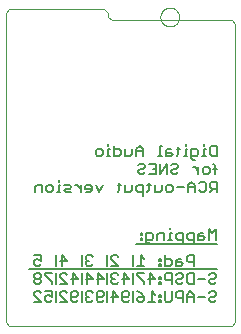
<source format=gbo>
G75*
%MOIN*%
%OFA0B0*%
%FSLAX25Y25*%
%IPPOS*%
%LPD*%
%AMOC8*
5,1,8,0,0,1.08239X$1,22.5*
%
%ADD10C,0.00500*%
%ADD11C,0.00600*%
%ADD12C,0.00000*%
D10*
X0017648Y0011537D02*
X0019983Y0011537D01*
X0017648Y0013873D01*
X0017648Y0014457D01*
X0018231Y0015040D01*
X0019399Y0015040D01*
X0019983Y0014457D01*
X0021331Y0015040D02*
X0023666Y0015040D01*
X0023666Y0013289D01*
X0022498Y0013873D01*
X0021915Y0013873D01*
X0021331Y0013289D01*
X0021331Y0012121D01*
X0021915Y0011537D01*
X0023082Y0011537D01*
X0023666Y0012121D01*
X0024894Y0011537D02*
X0024894Y0015040D01*
X0026242Y0014457D02*
X0026242Y0013873D01*
X0028577Y0011537D01*
X0026242Y0011537D01*
X0026242Y0014457D02*
X0026825Y0015040D01*
X0027993Y0015040D01*
X0028577Y0014457D01*
X0029925Y0014457D02*
X0029925Y0012121D01*
X0030509Y0011537D01*
X0031676Y0011537D01*
X0032260Y0012121D01*
X0031676Y0013289D02*
X0029925Y0013289D01*
X0029925Y0014457D02*
X0030509Y0015040D01*
X0031676Y0015040D01*
X0032260Y0014457D01*
X0032260Y0013873D01*
X0031676Y0013289D01*
X0033488Y0015040D02*
X0033488Y0011537D01*
X0034836Y0012121D02*
X0035419Y0011537D01*
X0036587Y0011537D01*
X0037171Y0012121D01*
X0036003Y0013289D02*
X0035419Y0013289D01*
X0034836Y0012705D01*
X0034836Y0012121D01*
X0035419Y0013289D02*
X0034836Y0013873D01*
X0034836Y0014457D01*
X0035419Y0015040D01*
X0036587Y0015040D01*
X0037171Y0014457D01*
X0038519Y0014457D02*
X0038519Y0012121D01*
X0039103Y0011537D01*
X0040270Y0011537D01*
X0040854Y0012121D01*
X0040270Y0013289D02*
X0038519Y0013289D01*
X0038519Y0014457D02*
X0039103Y0015040D01*
X0040270Y0015040D01*
X0040854Y0014457D01*
X0040854Y0013873D01*
X0040270Y0013289D01*
X0042082Y0015040D02*
X0042082Y0011537D01*
X0044013Y0011537D02*
X0044013Y0015040D01*
X0045765Y0013289D01*
X0043430Y0013289D01*
X0044013Y0017538D02*
X0045181Y0017538D01*
X0045765Y0018121D01*
X0047113Y0019289D02*
X0049448Y0019289D01*
X0047697Y0021040D01*
X0047697Y0017538D01*
X0047697Y0015040D02*
X0047113Y0014457D01*
X0047113Y0012121D01*
X0047697Y0011537D01*
X0048864Y0011537D01*
X0049448Y0012121D01*
X0048864Y0013289D02*
X0047113Y0013289D01*
X0047697Y0015040D02*
X0048864Y0015040D01*
X0049448Y0014457D01*
X0049448Y0013873D01*
X0048864Y0013289D01*
X0050676Y0015040D02*
X0050676Y0011537D01*
X0052024Y0012121D02*
X0052024Y0012705D01*
X0052607Y0013289D01*
X0054359Y0013289D01*
X0054359Y0012121D01*
X0053775Y0011537D01*
X0052607Y0011537D01*
X0052024Y0012121D01*
X0054359Y0013289D02*
X0053191Y0014457D01*
X0052024Y0015040D01*
X0050676Y0017538D02*
X0050676Y0021040D01*
X0052024Y0021040D02*
X0052024Y0020457D01*
X0054359Y0018121D01*
X0054359Y0017538D01*
X0056291Y0017538D02*
X0056291Y0021040D01*
X0058042Y0019289D01*
X0055707Y0019289D01*
X0054359Y0021040D02*
X0052024Y0021040D01*
X0052024Y0023537D02*
X0054359Y0023537D01*
X0053191Y0023537D02*
X0053191Y0027040D01*
X0054359Y0025873D01*
X0050676Y0027040D02*
X0050676Y0023537D01*
X0045765Y0023537D02*
X0043430Y0025873D01*
X0043430Y0026457D01*
X0044013Y0027040D01*
X0045181Y0027040D01*
X0045765Y0026457D01*
X0045765Y0023537D02*
X0043430Y0023537D01*
X0042082Y0023537D02*
X0042082Y0027040D01*
X0042082Y0021040D02*
X0042082Y0017538D01*
X0043430Y0018121D02*
X0044013Y0017538D01*
X0043430Y0018121D02*
X0043430Y0018705D01*
X0044013Y0019289D01*
X0044597Y0019289D01*
X0044013Y0019289D02*
X0043430Y0019873D01*
X0043430Y0020457D01*
X0044013Y0021040D01*
X0045181Y0021040D01*
X0045765Y0020457D01*
X0040854Y0019289D02*
X0038519Y0019289D01*
X0039103Y0021040D02*
X0040854Y0019289D01*
X0039103Y0017538D02*
X0039103Y0021040D01*
X0037171Y0019289D02*
X0034836Y0019289D01*
X0035419Y0021040D02*
X0037171Y0019289D01*
X0035419Y0017538D02*
X0035419Y0021040D01*
X0035419Y0023537D02*
X0036587Y0023537D01*
X0037171Y0024121D01*
X0036003Y0025289D02*
X0035419Y0025289D01*
X0034836Y0024705D01*
X0034836Y0024121D01*
X0035419Y0023537D01*
X0035419Y0025289D02*
X0034836Y0025873D01*
X0034836Y0026457D01*
X0035419Y0027040D01*
X0036587Y0027040D01*
X0037171Y0026457D01*
X0033488Y0027040D02*
X0033488Y0023537D01*
X0033488Y0021040D02*
X0033488Y0017538D01*
X0032260Y0019289D02*
X0029925Y0019289D01*
X0030509Y0021040D02*
X0032260Y0019289D01*
X0030509Y0017538D02*
X0030509Y0021040D01*
X0028577Y0020457D02*
X0027993Y0021040D01*
X0026825Y0021040D01*
X0026242Y0020457D01*
X0026242Y0019873D01*
X0028577Y0017538D01*
X0026242Y0017538D01*
X0024894Y0017538D02*
X0024894Y0021040D01*
X0023666Y0021040D02*
X0021331Y0021040D01*
X0021331Y0020457D01*
X0023666Y0018121D01*
X0023666Y0017538D01*
X0019983Y0018121D02*
X0019983Y0018705D01*
X0019399Y0019289D01*
X0018231Y0019289D01*
X0017648Y0018705D01*
X0017648Y0018121D01*
X0018231Y0017538D01*
X0019399Y0017538D01*
X0019983Y0018121D01*
X0019399Y0019289D02*
X0019983Y0019873D01*
X0019983Y0020457D01*
X0019399Y0021040D01*
X0018231Y0021040D01*
X0017648Y0020457D01*
X0017648Y0019873D01*
X0018231Y0019289D01*
X0018231Y0023537D02*
X0019399Y0023537D01*
X0019983Y0024121D01*
X0019983Y0025289D02*
X0018815Y0025873D01*
X0018231Y0025873D01*
X0017648Y0025289D01*
X0017648Y0024121D01*
X0018231Y0023537D01*
X0019983Y0025289D02*
X0019983Y0027040D01*
X0017648Y0027040D01*
X0024894Y0027040D02*
X0024894Y0023537D01*
X0026825Y0023537D02*
X0026825Y0027040D01*
X0028577Y0025289D01*
X0026242Y0025289D01*
X0026434Y0048100D02*
X0025266Y0048100D01*
X0025850Y0048100D02*
X0025850Y0050435D01*
X0026434Y0050435D01*
X0025850Y0051603D02*
X0025850Y0052187D01*
X0027782Y0050435D02*
X0029533Y0050435D01*
X0030117Y0049851D01*
X0029533Y0049268D01*
X0028366Y0049268D01*
X0027782Y0048684D01*
X0028366Y0048100D01*
X0030117Y0048100D01*
X0031435Y0050435D02*
X0032019Y0050435D01*
X0033186Y0049268D01*
X0033186Y0050435D02*
X0033186Y0048100D01*
X0034534Y0049268D02*
X0036870Y0049268D01*
X0036870Y0049851D02*
X0036286Y0050435D01*
X0035118Y0050435D01*
X0034534Y0049851D01*
X0034534Y0049268D01*
X0035118Y0048100D02*
X0036286Y0048100D01*
X0036870Y0048684D01*
X0036870Y0049851D01*
X0038217Y0050435D02*
X0039385Y0048100D01*
X0040553Y0050435D01*
X0045524Y0050435D02*
X0046691Y0050435D01*
X0046108Y0051019D02*
X0046108Y0048684D01*
X0045524Y0048100D01*
X0048039Y0048100D02*
X0048039Y0050435D01*
X0048039Y0048100D02*
X0049791Y0048100D01*
X0050374Y0048684D01*
X0050374Y0050435D01*
X0051722Y0049851D02*
X0051722Y0048684D01*
X0052306Y0048100D01*
X0054058Y0048100D01*
X0054058Y0046932D02*
X0054058Y0050435D01*
X0052306Y0050435D01*
X0051722Y0049851D01*
X0055345Y0050435D02*
X0056513Y0050435D01*
X0055929Y0051019D02*
X0055929Y0048684D01*
X0055345Y0048100D01*
X0057861Y0048100D02*
X0057861Y0050435D01*
X0057861Y0048100D02*
X0059612Y0048100D01*
X0060196Y0048684D01*
X0060196Y0050435D01*
X0061544Y0049851D02*
X0061544Y0048684D01*
X0062128Y0048100D01*
X0063296Y0048100D01*
X0063879Y0048684D01*
X0063879Y0049851D01*
X0063296Y0050435D01*
X0062128Y0050435D01*
X0061544Y0049851D01*
X0065227Y0049851D02*
X0067562Y0049851D01*
X0068910Y0049851D02*
X0071246Y0049851D01*
X0071246Y0050435D02*
X0071246Y0048100D01*
X0072593Y0048684D02*
X0073177Y0048100D01*
X0074345Y0048100D01*
X0074929Y0048684D01*
X0074929Y0051019D01*
X0074345Y0051603D01*
X0073177Y0051603D01*
X0072593Y0051019D01*
X0071246Y0050435D02*
X0070078Y0051603D01*
X0068910Y0050435D01*
X0068910Y0048100D01*
X0072473Y0054100D02*
X0072473Y0056435D01*
X0072473Y0055268D02*
X0071306Y0056435D01*
X0070722Y0056435D01*
X0070722Y0058932D02*
X0070138Y0059516D01*
X0070138Y0062435D01*
X0071890Y0062435D01*
X0072473Y0061851D01*
X0072473Y0060684D01*
X0071890Y0060100D01*
X0070138Y0060100D01*
X0070722Y0058932D02*
X0071306Y0058932D01*
X0073761Y0060100D02*
X0074929Y0060100D01*
X0074345Y0060100D02*
X0074345Y0062435D01*
X0074929Y0062435D01*
X0074345Y0063603D02*
X0074345Y0064187D01*
X0076277Y0063019D02*
X0076860Y0063603D01*
X0078612Y0063603D01*
X0078612Y0060100D01*
X0076860Y0060100D01*
X0076277Y0060684D01*
X0076277Y0063019D01*
X0077444Y0057603D02*
X0078028Y0057019D01*
X0078028Y0054100D01*
X0078612Y0055851D02*
X0077444Y0055851D01*
X0076156Y0055851D02*
X0076156Y0054684D01*
X0075573Y0054100D01*
X0074405Y0054100D01*
X0073821Y0054684D01*
X0073821Y0055851D01*
X0074405Y0056435D01*
X0075573Y0056435D01*
X0076156Y0055851D01*
X0076860Y0051603D02*
X0076277Y0051019D01*
X0076277Y0049851D01*
X0076860Y0049268D01*
X0078612Y0049268D01*
X0077444Y0049268D02*
X0076277Y0048100D01*
X0078612Y0048100D02*
X0078612Y0051603D01*
X0076860Y0051603D01*
X0068790Y0060100D02*
X0067623Y0060100D01*
X0068206Y0060100D02*
X0068206Y0062435D01*
X0068790Y0062435D01*
X0068206Y0063603D02*
X0068206Y0064187D01*
X0066335Y0062435D02*
X0065167Y0062435D01*
X0065751Y0063019D02*
X0065751Y0060684D01*
X0065167Y0060100D01*
X0063879Y0060684D02*
X0063296Y0061268D01*
X0061544Y0061268D01*
X0061544Y0061851D02*
X0061544Y0060100D01*
X0063296Y0060100D01*
X0063879Y0060684D01*
X0063296Y0062435D02*
X0062128Y0062435D01*
X0061544Y0061851D01*
X0060196Y0060100D02*
X0059029Y0060100D01*
X0059612Y0060100D02*
X0059612Y0063603D01*
X0060196Y0063603D01*
X0059702Y0057603D02*
X0059702Y0054100D01*
X0062038Y0057603D01*
X0062038Y0054100D01*
X0063386Y0054684D02*
X0063969Y0054100D01*
X0065137Y0054100D01*
X0065721Y0054684D01*
X0065137Y0055851D02*
X0063969Y0055851D01*
X0063386Y0055268D01*
X0063386Y0054684D01*
X0065137Y0055851D02*
X0065721Y0056435D01*
X0065721Y0057019D01*
X0065137Y0057603D01*
X0063969Y0057603D01*
X0063386Y0057019D01*
X0058355Y0057603D02*
X0058355Y0054100D01*
X0056019Y0054100D01*
X0057187Y0055851D02*
X0058355Y0055851D01*
X0058355Y0057603D02*
X0056019Y0057603D01*
X0054671Y0057019D02*
X0054671Y0056435D01*
X0054088Y0055851D01*
X0052920Y0055851D01*
X0052336Y0055268D01*
X0052336Y0054684D01*
X0052920Y0054100D01*
X0054088Y0054100D01*
X0054671Y0054684D01*
X0054671Y0057019D02*
X0054088Y0057603D01*
X0052920Y0057603D01*
X0052336Y0057019D01*
X0051722Y0060100D02*
X0051722Y0062435D01*
X0052890Y0063603D01*
X0054058Y0062435D01*
X0054058Y0060100D01*
X0054058Y0061851D02*
X0051722Y0061851D01*
X0050374Y0062435D02*
X0050374Y0060684D01*
X0049791Y0060100D01*
X0048039Y0060100D01*
X0048039Y0062435D01*
X0046691Y0061851D02*
X0046108Y0062435D01*
X0044356Y0062435D01*
X0044356Y0063603D02*
X0044356Y0060100D01*
X0046108Y0060100D01*
X0046691Y0060684D01*
X0046691Y0061851D01*
X0043008Y0062435D02*
X0042424Y0062435D01*
X0042424Y0060100D01*
X0041841Y0060100D02*
X0043008Y0060100D01*
X0040553Y0060684D02*
X0039969Y0060100D01*
X0038801Y0060100D01*
X0038217Y0060684D01*
X0038217Y0061851D01*
X0038801Y0062435D01*
X0039969Y0062435D01*
X0040553Y0061851D01*
X0040553Y0060684D01*
X0042424Y0063603D02*
X0042424Y0064187D01*
X0023979Y0049851D02*
X0023979Y0048684D01*
X0023395Y0048100D01*
X0022227Y0048100D01*
X0021643Y0048684D01*
X0021643Y0049851D01*
X0022227Y0050435D01*
X0023395Y0050435D01*
X0023979Y0049851D01*
X0020295Y0050435D02*
X0020295Y0048100D01*
X0017960Y0048100D02*
X0017960Y0049851D01*
X0018544Y0050435D01*
X0020295Y0050435D01*
X0053161Y0034498D02*
X0053161Y0033914D01*
X0053745Y0033914D01*
X0053745Y0034498D01*
X0053161Y0034498D01*
X0053161Y0032746D02*
X0053161Y0032162D01*
X0053745Y0032162D01*
X0053745Y0032746D01*
X0053161Y0032746D01*
X0055093Y0032162D02*
X0056844Y0032162D01*
X0057428Y0032746D01*
X0057428Y0033914D01*
X0056844Y0034498D01*
X0055093Y0034498D01*
X0055093Y0031579D01*
X0055677Y0030995D01*
X0056261Y0030995D01*
X0058776Y0032162D02*
X0058776Y0033914D01*
X0059360Y0034498D01*
X0061111Y0034498D01*
X0061111Y0032162D01*
X0062399Y0032162D02*
X0063567Y0032162D01*
X0062983Y0032162D02*
X0062983Y0034498D01*
X0063567Y0034498D01*
X0062983Y0035665D02*
X0062983Y0036249D01*
X0064915Y0033914D02*
X0064915Y0032746D01*
X0065498Y0032162D01*
X0067250Y0032162D01*
X0067250Y0030995D02*
X0067250Y0034498D01*
X0065498Y0034498D01*
X0064915Y0033914D01*
X0068598Y0033914D02*
X0068598Y0032746D01*
X0069182Y0032162D01*
X0070933Y0032162D01*
X0070933Y0030995D02*
X0070933Y0034498D01*
X0069182Y0034498D01*
X0068598Y0033914D01*
X0072281Y0033914D02*
X0072281Y0032162D01*
X0074032Y0032162D01*
X0074616Y0032746D01*
X0074032Y0033330D01*
X0072281Y0033330D01*
X0072281Y0033914D02*
X0072865Y0034498D01*
X0074032Y0034498D01*
X0075964Y0035665D02*
X0075964Y0032162D01*
X0077132Y0034498D02*
X0075964Y0035665D01*
X0077132Y0034498D02*
X0078299Y0035665D01*
X0078299Y0032162D01*
X0070933Y0027040D02*
X0070933Y0023537D01*
X0070933Y0024705D02*
X0069182Y0024705D01*
X0068598Y0025289D01*
X0068598Y0026457D01*
X0069182Y0027040D01*
X0070933Y0027040D01*
X0067250Y0024121D02*
X0066666Y0024705D01*
X0064915Y0024705D01*
X0064915Y0025289D02*
X0064915Y0023537D01*
X0066666Y0023537D01*
X0067250Y0024121D01*
X0066666Y0025873D02*
X0065498Y0025873D01*
X0064915Y0025289D01*
X0063567Y0025289D02*
X0063567Y0024121D01*
X0062983Y0023537D01*
X0061232Y0023537D01*
X0061232Y0027040D01*
X0061232Y0025873D02*
X0062983Y0025873D01*
X0063567Y0025289D01*
X0059884Y0025289D02*
X0059884Y0025873D01*
X0059300Y0025873D01*
X0059300Y0025289D01*
X0059884Y0025289D01*
X0059884Y0024121D02*
X0059300Y0024121D01*
X0059300Y0023537D01*
X0059884Y0023537D01*
X0059884Y0024121D01*
X0061815Y0021040D02*
X0061232Y0020457D01*
X0061232Y0019289D01*
X0061815Y0018705D01*
X0063567Y0018705D01*
X0063567Y0017538D02*
X0063567Y0021040D01*
X0061815Y0021040D01*
X0059884Y0019873D02*
X0059884Y0019289D01*
X0059300Y0019289D01*
X0059300Y0019873D01*
X0059884Y0019873D01*
X0059884Y0018121D02*
X0059300Y0018121D01*
X0059300Y0017538D01*
X0059884Y0017538D01*
X0059884Y0018121D01*
X0061232Y0015040D02*
X0061232Y0012121D01*
X0061815Y0011537D01*
X0062983Y0011537D01*
X0063567Y0012121D01*
X0063567Y0015040D01*
X0064915Y0014457D02*
X0064915Y0013289D01*
X0065498Y0012705D01*
X0067250Y0012705D01*
X0067250Y0011537D02*
X0067250Y0015040D01*
X0065498Y0015040D01*
X0064915Y0014457D01*
X0065498Y0017538D02*
X0066666Y0017538D01*
X0067250Y0018121D01*
X0066666Y0019289D02*
X0065498Y0019289D01*
X0064915Y0018705D01*
X0064915Y0018121D01*
X0065498Y0017538D01*
X0066666Y0019289D02*
X0067250Y0019873D01*
X0067250Y0020457D01*
X0066666Y0021040D01*
X0065498Y0021040D01*
X0064915Y0020457D01*
X0068598Y0020457D02*
X0068598Y0018121D01*
X0069182Y0017538D01*
X0070933Y0017538D01*
X0070933Y0021040D01*
X0069182Y0021040D01*
X0068598Y0020457D01*
X0072281Y0019289D02*
X0074616Y0019289D01*
X0075964Y0018705D02*
X0075964Y0018121D01*
X0076548Y0017538D01*
X0077716Y0017538D01*
X0078299Y0018121D01*
X0077716Y0019289D02*
X0076548Y0019289D01*
X0075964Y0018705D01*
X0075964Y0020457D02*
X0076548Y0021040D01*
X0077716Y0021040D01*
X0078299Y0020457D01*
X0078299Y0019873D01*
X0077716Y0019289D01*
X0077716Y0015040D02*
X0076548Y0015040D01*
X0075964Y0014457D01*
X0076548Y0013289D02*
X0075964Y0012705D01*
X0075964Y0012121D01*
X0076548Y0011537D01*
X0077716Y0011537D01*
X0078299Y0012121D01*
X0077716Y0013289D02*
X0076548Y0013289D01*
X0077716Y0013289D02*
X0078299Y0013873D01*
X0078299Y0014457D01*
X0077716Y0015040D01*
X0074616Y0013289D02*
X0072281Y0013289D01*
X0070933Y0013289D02*
X0068598Y0013289D01*
X0068598Y0013873D02*
X0068598Y0011537D01*
X0068598Y0013873D02*
X0069765Y0015040D01*
X0070933Y0013873D01*
X0070933Y0011537D01*
X0059884Y0011537D02*
X0059884Y0012121D01*
X0059300Y0012121D01*
X0059300Y0011537D01*
X0059884Y0011537D01*
X0059884Y0013289D02*
X0059300Y0013289D01*
X0059300Y0013873D01*
X0059884Y0013873D01*
X0059884Y0013289D01*
X0058042Y0013873D02*
X0056874Y0015040D01*
X0056874Y0011537D01*
X0055707Y0011537D02*
X0058042Y0011537D01*
D11*
X0051674Y0030975D02*
X0078549Y0030975D01*
X0078549Y0022537D02*
X0016049Y0022537D01*
D12*
X0008237Y0004725D02*
X0009487Y0003475D01*
X0083549Y0003475D01*
X0084799Y0004725D01*
X0084799Y0104100D01*
X0083549Y0105350D01*
X0043549Y0105350D01*
X0042299Y0106600D01*
X0042299Y0107850D01*
X0041049Y0109100D01*
X0009487Y0109100D01*
X0008237Y0107850D01*
X0008237Y0004725D01*
X0059774Y0106472D02*
X0059776Y0106584D01*
X0059782Y0106695D01*
X0059792Y0106807D01*
X0059806Y0106918D01*
X0059823Y0107028D01*
X0059845Y0107138D01*
X0059871Y0107247D01*
X0059900Y0107355D01*
X0059933Y0107461D01*
X0059970Y0107567D01*
X0060011Y0107671D01*
X0060056Y0107774D01*
X0060104Y0107875D01*
X0060155Y0107974D01*
X0060210Y0108071D01*
X0060269Y0108166D01*
X0060330Y0108260D01*
X0060395Y0108351D01*
X0060464Y0108439D01*
X0060535Y0108525D01*
X0060609Y0108609D01*
X0060687Y0108689D01*
X0060767Y0108767D01*
X0060850Y0108843D01*
X0060935Y0108915D01*
X0061023Y0108984D01*
X0061113Y0109050D01*
X0061206Y0109112D01*
X0061301Y0109172D01*
X0061398Y0109228D01*
X0061496Y0109280D01*
X0061597Y0109329D01*
X0061699Y0109374D01*
X0061803Y0109416D01*
X0061908Y0109454D01*
X0062015Y0109488D01*
X0062122Y0109518D01*
X0062231Y0109545D01*
X0062340Y0109567D01*
X0062451Y0109586D01*
X0062561Y0109601D01*
X0062673Y0109612D01*
X0062784Y0109619D01*
X0062896Y0109622D01*
X0063008Y0109621D01*
X0063120Y0109616D01*
X0063231Y0109607D01*
X0063342Y0109594D01*
X0063453Y0109577D01*
X0063563Y0109557D01*
X0063672Y0109532D01*
X0063780Y0109504D01*
X0063887Y0109471D01*
X0063993Y0109435D01*
X0064097Y0109395D01*
X0064200Y0109352D01*
X0064302Y0109305D01*
X0064401Y0109254D01*
X0064499Y0109200D01*
X0064595Y0109142D01*
X0064689Y0109081D01*
X0064780Y0109017D01*
X0064869Y0108950D01*
X0064956Y0108879D01*
X0065040Y0108805D01*
X0065122Y0108729D01*
X0065200Y0108649D01*
X0065276Y0108567D01*
X0065349Y0108482D01*
X0065419Y0108395D01*
X0065485Y0108305D01*
X0065549Y0108213D01*
X0065609Y0108119D01*
X0065666Y0108023D01*
X0065719Y0107924D01*
X0065769Y0107824D01*
X0065815Y0107723D01*
X0065858Y0107619D01*
X0065897Y0107514D01*
X0065932Y0107408D01*
X0065963Y0107301D01*
X0065991Y0107192D01*
X0066014Y0107083D01*
X0066034Y0106973D01*
X0066050Y0106862D01*
X0066062Y0106751D01*
X0066070Y0106640D01*
X0066074Y0106528D01*
X0066074Y0106416D01*
X0066070Y0106304D01*
X0066062Y0106193D01*
X0066050Y0106082D01*
X0066034Y0105971D01*
X0066014Y0105861D01*
X0065991Y0105752D01*
X0065963Y0105643D01*
X0065932Y0105536D01*
X0065897Y0105430D01*
X0065858Y0105325D01*
X0065815Y0105221D01*
X0065769Y0105120D01*
X0065719Y0105020D01*
X0065666Y0104921D01*
X0065609Y0104825D01*
X0065549Y0104731D01*
X0065485Y0104639D01*
X0065419Y0104549D01*
X0065349Y0104462D01*
X0065276Y0104377D01*
X0065200Y0104295D01*
X0065122Y0104215D01*
X0065040Y0104139D01*
X0064956Y0104065D01*
X0064869Y0103994D01*
X0064780Y0103927D01*
X0064689Y0103863D01*
X0064595Y0103802D01*
X0064499Y0103744D01*
X0064401Y0103690D01*
X0064302Y0103639D01*
X0064200Y0103592D01*
X0064097Y0103549D01*
X0063993Y0103509D01*
X0063887Y0103473D01*
X0063780Y0103440D01*
X0063672Y0103412D01*
X0063563Y0103387D01*
X0063453Y0103367D01*
X0063342Y0103350D01*
X0063231Y0103337D01*
X0063120Y0103328D01*
X0063008Y0103323D01*
X0062896Y0103322D01*
X0062784Y0103325D01*
X0062673Y0103332D01*
X0062561Y0103343D01*
X0062451Y0103358D01*
X0062340Y0103377D01*
X0062231Y0103399D01*
X0062122Y0103426D01*
X0062015Y0103456D01*
X0061908Y0103490D01*
X0061803Y0103528D01*
X0061699Y0103570D01*
X0061597Y0103615D01*
X0061496Y0103664D01*
X0061398Y0103716D01*
X0061301Y0103772D01*
X0061206Y0103832D01*
X0061113Y0103894D01*
X0061023Y0103960D01*
X0060935Y0104029D01*
X0060850Y0104101D01*
X0060767Y0104177D01*
X0060687Y0104255D01*
X0060609Y0104335D01*
X0060535Y0104419D01*
X0060464Y0104505D01*
X0060395Y0104593D01*
X0060330Y0104684D01*
X0060269Y0104778D01*
X0060210Y0104873D01*
X0060155Y0104970D01*
X0060104Y0105069D01*
X0060056Y0105170D01*
X0060011Y0105273D01*
X0059970Y0105377D01*
X0059933Y0105483D01*
X0059900Y0105589D01*
X0059871Y0105697D01*
X0059845Y0105806D01*
X0059823Y0105916D01*
X0059806Y0106026D01*
X0059792Y0106137D01*
X0059782Y0106249D01*
X0059776Y0106360D01*
X0059774Y0106472D01*
M02*

</source>
